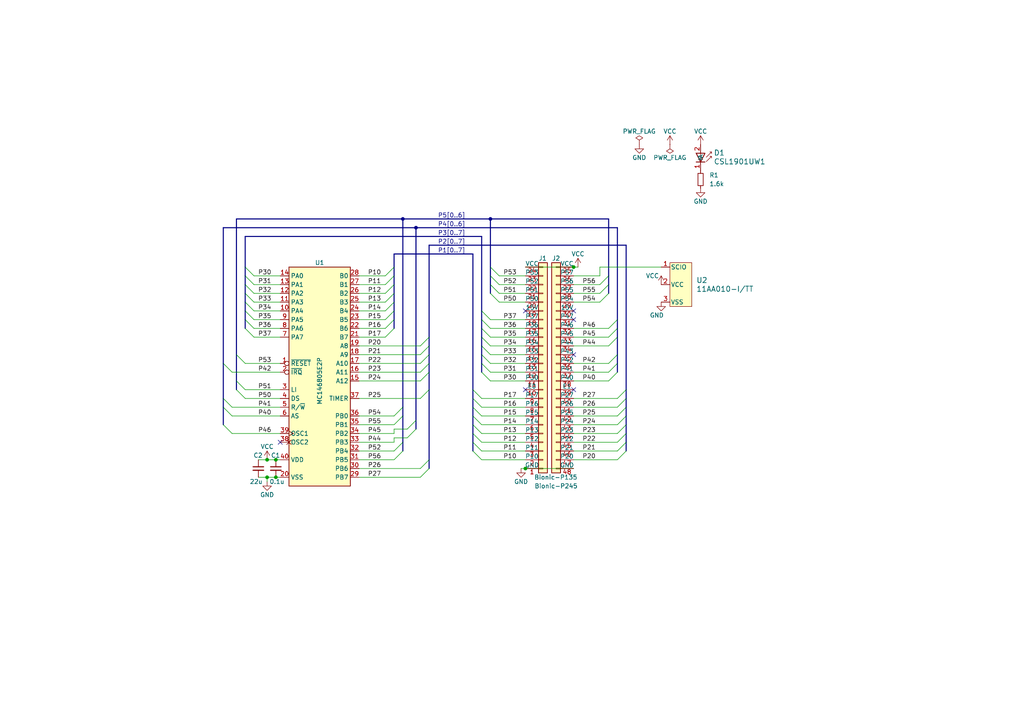
<source format=kicad_sch>
(kicad_sch (version 20230121) (generator eeschema)
  (paper "A4")
  (title_block (title "BionicMC146805E2") (date "2024-11-01") (rev "7") (company "Tadashi G. Takaoka"))
  (lib_symbols
    (symbol "0-LocalLibrary:11AA010-I_TT" (pin_names (offset 0.254))
      (property "Reference" "U" (at 2.54 1.27 0))
      (property "Value" "11AA010-I/TT" (at 3.81 -13.97 0))
      (symbol "11AA010-I_TT_1_1"
        (rectangle (start 0 0) (end 6.35 -12.7) (fill (type background)))
        (pin bidirectional line (at -2.54 -1.27 0) (length 2.54) (name "SCIO") (number "1"))
        (pin power_in line (at -2.54 -6.35 0) (length 2.54) (name "VCC") (number "2"))
        (pin power_in line (at -2.54 -11.43 0) (length 2.54) (name "VSS") (number "3"))
      )
    )
    (symbol "0-LocalLibrary:Bionic-P135" (pin_names (offset 0))
      (property "Reference" "J" (at 0 30.48 0))
      (property "Value" "Bionic-P135" (at -1.27 -33.02 0))
      (symbol "Bionic-P135_1_1"
        (rectangle (start 0 -30.353) (end -1.27 -30.607) (stroke (width 0.1524)))
        (rectangle (start 0 -27.813) (end -1.27 -28.067) (stroke (width 0.1524)))
        (rectangle (start 0 -25.273) (end -1.27 -25.527) (stroke (width 0.1524)))
        (rectangle (start 0 -22.733) (end -1.27 -22.987) (stroke (width 0.1524)))
        (rectangle (start 0 -20.193) (end -1.27 -20.447) (stroke (width 0.1524)))
        (rectangle (start 0 -17.653) (end -1.27 -17.907) (stroke (width 0.1524)))
        (rectangle (start 0 -15.113) (end -1.27 -15.367) (stroke (width 0.1524)))
        (rectangle (start 0 -12.573) (end -1.27 -12.827) (stroke (width 0.1524)))
        (rectangle (start 0 -10.033) (end -1.27 -10.287) (stroke (width 0.1524)))
        (rectangle (start 0 -7.493) (end -1.27 -7.747) (stroke (width 0.1524)))
        (rectangle (start 0 -4.953) (end -1.27 -5.207) (stroke (width 0.1524)))
        (rectangle (start 0 -2.413) (end -1.27 -2.667) (stroke (width 0.1524)))
        (rectangle (start 0 0.127) (end -1.27 -0.127) (stroke (width 0.1524)))
        (rectangle (start 0 2.667) (end -1.27 2.413) (stroke (width 0.1524)))
        (rectangle (start 0 5.207) (end -1.27 4.953) (stroke (width 0.1524)))
        (rectangle (start 0 7.747) (end -1.27 7.493) (stroke (width 0.1524)))
        (rectangle (start 0 10.287) (end -1.27 10.033) (stroke (width 0.1524)))
        (rectangle (start 0 12.827) (end -1.27 12.573) (stroke (width 0.1524)))
        (rectangle (start 0 15.367) (end -1.27 15.113) (stroke (width 0.1524)))
        (rectangle (start 0 17.907) (end -1.27 17.653) (stroke (width 0.1524)))
        (rectangle (start 0 20.447) (end -1.27 20.193) (stroke (width 0.1524)))
        (rectangle (start 0 22.987) (end -1.27 22.733) (stroke (width 0.1524)))
        (rectangle (start 0 25.527) (end -1.27 25.273) (stroke (width 0.1524)))
        (rectangle (start 0 28.067) (end -1.27 27.813) (stroke (width 0.1524)))
        (rectangle (start 1.27 29.21) (end -1.27 -31.75) (stroke (width 0.254)) (fill (type background)))
        (pin power_in line (at -5.08 -30.48 0) (length 3.81) (name "GND") (number "1"))
        (pin bidirectional line (at -5.08 -7.62 0) (length 3.81) (name "E0") (number "10"))
        (pin bidirectional line (at -5.08 -5.08 0) (length 3.81) (name "P30") (number "11"))
        (pin bidirectional line (at -5.08 -2.54 0) (length 3.81) (name "P31") (number "12"))
        (pin bidirectional line (at -5.08 0 0) (length 3.81) (name "P32") (number "13"))
        (pin bidirectional line (at -5.08 2.54 0) (length 3.81) (name "P33") (number "14"))
        (pin bidirectional line (at -5.08 5.08 0) (length 3.81) (name "P34") (number "15"))
        (pin bidirectional line (at -5.08 7.62 0) (length 3.81) (name "P35") (number "16"))
        (pin bidirectional line (at -5.08 10.16 0) (length 3.81) (name "P36") (number "17"))
        (pin bidirectional line (at -5.08 12.7 0) (length 3.81) (name "P37") (number "18"))
        (pin power_in line (at -5.08 15.24 0) (length 3.81) (name "15V") (number "19"))
        (pin bidirectional line (at -5.08 -27.94 0) (length 3.81) (name "P10") (number "2"))
        (pin bidirectional line (at -5.08 17.78 0) (length 3.81) (name "P50") (number "20"))
        (pin bidirectional line (at -5.08 20.32 0) (length 3.81) (name "P51") (number "21"))
        (pin bidirectional line (at -5.08 22.86 0) (length 3.81) (name "P52") (number "22"))
        (pin bidirectional line (at -5.08 25.4 0) (length 3.81) (name "P53") (number "23"))
        (pin power_in line (at -5.08 27.94 0) (length 3.81) (name "VCC") (number "24"))
        (pin bidirectional line (at -5.08 -25.4 0) (length 3.81) (name "P11") (number "3"))
        (pin bidirectional line (at -5.08 -22.86 0) (length 3.81) (name "P12") (number "4"))
        (pin bidirectional line (at -5.08 -20.32 0) (length 3.81) (name "P13") (number "5"))
        (pin bidirectional line (at -5.08 -17.78 0) (length 3.81) (name "P14") (number "6"))
        (pin bidirectional line (at -5.08 -15.24 0) (length 3.81) (name "P15") (number "7"))
        (pin bidirectional line (at -5.08 -12.7 0) (length 3.81) (name "P16") (number "8"))
        (pin bidirectional line (at -5.08 -10.16 0) (length 3.81) (name "P17") (number "9"))
      )
    )
    (symbol "0-LocalLibrary:Bionic-P245" (pin_names (offset 0))
      (property "Reference" "J" (at -3.81 30.48 0))
      (property "Value" "Bionic-P245" (at -1.27 -33.02 0))
      (symbol "Bionic-P245_1_1"
        (rectangle (start -2.54 -30.607) (end -3.81 -30.353) (stroke (width 0.1524)))
        (rectangle (start -2.54 -28.067) (end -3.81 -27.813) (stroke (width 0.1524)))
        (rectangle (start -2.54 -25.527) (end -3.81 -25.273) (stroke (width 0.1524)))
        (rectangle (start -2.54 -22.987) (end -3.81 -22.733) (stroke (width 0.1524)))
        (rectangle (start -2.54 -20.447) (end -3.81 -20.193) (stroke (width 0.1524)))
        (rectangle (start -2.54 -17.907) (end -3.81 -17.653) (stroke (width 0.1524)))
        (rectangle (start -2.54 -15.367) (end -3.81 -15.113) (stroke (width 0.1524)))
        (rectangle (start -2.54 -12.827) (end -3.81 -12.573) (stroke (width 0.1524)))
        (rectangle (start -2.54 -10.287) (end -3.81 -10.033) (stroke (width 0.1524)))
        (rectangle (start -2.54 -7.747) (end -3.81 -7.493) (stroke (width 0.1524)))
        (rectangle (start -2.54 -5.207) (end -3.81 -4.953) (stroke (width 0.1524)))
        (rectangle (start -2.54 -2.667) (end -3.81 -2.413) (stroke (width 0.1524)))
        (rectangle (start -2.54 -0.127) (end -3.81 0.127) (stroke (width 0.1524)))
        (rectangle (start -2.54 2.413) (end -3.81 2.667) (stroke (width 0.1524)))
        (rectangle (start -2.54 4.953) (end -3.81 5.207) (stroke (width 0.1524)))
        (rectangle (start -2.54 7.493) (end -3.81 7.747) (stroke (width 0.1524)))
        (rectangle (start -2.54 10.033) (end -3.81 10.287) (stroke (width 0.1524)))
        (rectangle (start -2.54 12.573) (end -3.81 12.827) (stroke (width 0.1524)))
        (rectangle (start -2.54 15.113) (end -3.81 15.367) (stroke (width 0.1524)))
        (rectangle (start -2.54 17.653) (end -3.81 17.907) (stroke (width 0.1524)))
        (rectangle (start -2.54 20.193) (end -3.81 20.447) (stroke (width 0.1524)))
        (rectangle (start -2.54 22.733) (end -3.81 22.987) (stroke (width 0.1524)))
        (rectangle (start -2.54 25.273) (end -3.81 25.527) (stroke (width 0.1524)))
        (rectangle (start -2.54 27.813) (end -3.81 28.067) (stroke (width 0.1524)))
        (rectangle (start -2.54 29.21) (end -5.08 -31.75) (stroke (width 0.254)) (fill (type background)))
        (pin power_in line (at 1.27 27.94 180) (length 3.81) (name "VCC") (number "25"))
        (pin bidirectional line (at 1.27 25.4 180) (length 3.81) (name "P57") (number "26"))
        (pin bidirectional line (at 1.27 22.86 180) (length 3.81) (name "P56") (number "27"))
        (pin bidirectional line (at 1.27 20.32 180) (length 3.81) (name "P55") (number "28"))
        (pin bidirectional line (at 1.27 17.78 180) (length 3.81) (name "P54") (number "29"))
        (pin power_in line (at 1.27 15.24 180) (length 3.81) (name "15V") (number "30"))
        (pin bidirectional line (at 1.27 12.7 180) (length 3.81) (name "P47") (number "31"))
        (pin bidirectional line (at 1.27 10.16 180) (length 3.81) (name "P46") (number "32"))
        (pin bidirectional line (at 1.27 7.62 180) (length 3.81) (name "P45") (number "33"))
        (pin bidirectional line (at 1.27 5.08 180) (length 3.81) (name "P44") (number "34"))
        (pin bidirectional line (at 1.27 2.54 180) (length 3.81) (name "P43") (number "35"))
        (pin bidirectional line (at 1.27 0 180) (length 3.81) (name "P42") (number "36"))
        (pin bidirectional line (at 1.27 -2.54 180) (length 3.81) (name "P41") (number "37"))
        (pin bidirectional line (at 1.27 -5.08 180) (length 3.81) (name "P40") (number "38"))
        (pin bidirectional line (at 1.27 -7.62 180) (length 3.81) (name "E1") (number "39"))
        (pin bidirectional line (at 1.27 -10.16 180) (length 3.81) (name "P27") (number "40"))
        (pin bidirectional line (at 1.27 -12.7 180) (length 3.81) (name "P26") (number "41"))
        (pin bidirectional line (at 1.27 -15.24 180) (length 3.81) (name "P25") (number "42"))
        (pin bidirectional line (at 1.27 -17.78 180) (length 3.81) (name "P24") (number "43"))
        (pin bidirectional line (at 1.27 -20.32 180) (length 3.81) (name "P23") (number "44"))
        (pin bidirectional line (at 1.27 -22.86 180) (length 3.81) (name "P22") (number "45"))
        (pin bidirectional line (at 1.27 -25.4 180) (length 3.81) (name "P21") (number "46"))
        (pin bidirectional line (at 1.27 -27.94 180) (length 3.81) (name "P20") (number "47"))
        (pin power_in line (at 1.27 -30.48 180) (length 3.81) (name "GND") (number "48"))
      )
    )
    (symbol "0-LocalLibrary:CSL1901UW1" (pin_names (offset 0.254))
      (property "Reference" "D" (at 3.81 -2.54 0))
      (property "Value" "CSL1901UW1" (at 3.81 -5.08 0))
      (symbol "CSL1901UW1_0_1"
        (polyline (pts (xy 2.159 3.175) (xy 2.667 3.175)))
        (polyline (pts (xy 2.54 0) (xy 5.08 0)))
        (polyline (pts (xy 5.08 1.27) (xy 5.08 -1.27)) (stroke (width 0.254)))
        (polyline (pts (xy 3.683 1.651) (xy 2.159 3.175) (xy 2.159 2.667)))
        (polyline (pts (xy 2.54 -1.27) (xy 5.08 0) (xy 2.54 1.27) (xy 2.54 -1.27)) (stroke (width 0.254)))
        (polyline (pts (xy 4.953 1.651) (xy 3.429 3.175) (xy 3.429 2.667) (xy 3.429 3.175) (xy 3.937 3.175)))
      )
      (symbol "CSL1901UW1_1_1"
        (pin passive line (at 7.62 0 180) (length 2.54) (name "K") (number "1"))
        (pin passive line (at 0 0 0) (length 2.54) (name "A") (number "2"))
      )
      (symbol "CSL1901UW1_1_2"
        (polyline (pts (xy -5.08 7.62) (xy -4.445 8.255)) (stroke (width 0.2032)))
        (polyline (pts (xy -5.08 8.255) (xy -5.08 7.62)) (stroke (width 0.2032)))
        (polyline (pts (xy -4.445 6.35) (xy -3.81 6.985)) (stroke (width 0.2032)))
        (polyline (pts (xy -4.445 8.255) (xy -5.08 8.255)) (stroke (width 0.2032)))
        (polyline (pts (xy -4.445 9.525) (xy -3.81 10.16)) (stroke (width 0.2032)))
        (polyline (pts (xy -4.445 10.16) (xy -4.445 9.525)) (stroke (width 0.2032)))
        (polyline (pts (xy -3.81 6.985) (xy -5.08 8.255)) (stroke (width 0.2032)))
        (polyline (pts (xy -3.81 8.255) (xy -3.175 8.89)) (stroke (width 0.2032)))
        (polyline (pts (xy -3.81 10.16) (xy -4.445 10.16)) (stroke (width 0.2032)))
        (polyline (pts (xy -3.175 5.08) (xy -4.445 6.35)) (stroke (width 0.2032)))
        (polyline (pts (xy -3.175 8.89) (xy -4.445 10.16)) (stroke (width 0.2032)))
        (polyline (pts (xy -2.54 6.985) (xy -3.81 8.255)) (stroke (width 0.2032)))
        (polyline (pts (xy -1.905 3.81) (xy 1.905 3.81)) (stroke (width 0.2032)))
        (polyline (pts (xy 0 2.54) (xy 0 3.4798)) (stroke (width 0.2032)))
        (polyline (pts (xy 0 3.175) (xy 0 3.81)) (stroke (width 0.2032)))
        (polyline (pts (xy 0 6.35) (xy -1.905 3.81)) (stroke (width 0.2032)))
        (polyline (pts (xy 0 6.35) (xy 0 7.62)) (stroke (width 0.2032)))
        (polyline (pts (xy 1.905 3.81) (xy 0 6.35)) (stroke (width 0.2032)))
        (polyline (pts (xy 1.905 6.35) (xy -1.905 6.35)) (stroke (width 0.2032)))
        (pin unspecified line (at 0 10.16 270) (length 2.54) (name "") (number "1"))
        (pin unspecified line (at 0 0 90) (length 2.54) (name "") (number "2"))
      )
    )
    (symbol "0-LocalLibrary:MC146805E2P"
      (property "Reference" "U" (at -1.27 31.75 0))
      (property "Value" "MC146805E2P" (at 0 -8.89 90))
      (symbol "MC146805E2P_0_1"
        (rectangle (start -8.89 -33.02) (end 8.89 30.48) (stroke (width 0.254)) (fill (type background)))
      )
      (symbol "MC146805E2P_1_1"
        (pin input inverted (at -11.43 2.54 0) (length 2.54) (name "~{RESET}") (number "1"))
        (pin bidirectional line (at -11.43 17.78 0) (length 2.54) (name "PA4") (number "10"))
        (pin bidirectional line (at -11.43 20.32 0) (length 2.54) (name "PA3") (number "11"))
        (pin bidirectional line (at -11.43 22.86 0) (length 2.54) (name "PA2") (number "12"))
        (pin bidirectional line (at -11.43 25.4 0) (length 2.54) (name "PA1") (number "13"))
        (pin bidirectional line (at -11.43 27.94 0) (length 2.54) (name "PA0") (number "14"))
        (pin output line (at 11.43 -2.54 180) (length 2.54) (name "A12") (number "15"))
        (pin output line (at 11.43 0 180) (length 2.54) (name "A11") (number "16"))
        (pin output line (at 11.43 2.54 180) (length 2.54) (name "A10") (number "17"))
        (pin output line (at 11.43 5.08 180) (length 2.54) (name "A9") (number "18"))
        (pin output line (at 11.43 7.62 180) (length 2.54) (name "A8") (number "19"))
        (pin input inverted (at -11.43 0 0) (length 2.54) (name "~{IRQ}") (number "2"))
        (pin power_in line (at -11.43 -30.48 0) (length 2.54) (name "VSS") (number "20"))
        (pin bidirectional line (at 11.43 10.16 180) (length 2.54) (name "B7") (number "21"))
        (pin bidirectional line (at 11.43 12.7 180) (length 2.54) (name "B6") (number "22"))
        (pin bidirectional line (at 11.43 15.24 180) (length 2.54) (name "B5") (number "23"))
        (pin bidirectional line (at 11.43 17.78 180) (length 2.54) (name "B4") (number "24"))
        (pin bidirectional line (at 11.43 20.32 180) (length 2.54) (name "B3") (number "25"))
        (pin bidirectional line (at 11.43 22.86 180) (length 2.54) (name "B2") (number "26"))
        (pin bidirectional line (at 11.43 25.4 180) (length 2.54) (name "B1") (number "27"))
        (pin bidirectional line (at 11.43 27.94 180) (length 2.54) (name "B0") (number "28"))
        (pin bidirectional line (at 11.43 -30.48 180) (length 2.54) (name "PB7") (number "29"))
        (pin output line (at -11.43 -5.08 0) (length 2.54) (name "LI") (number "3"))
        (pin bidirectional line (at 11.43 -27.94 180) (length 2.54) (name "PB6") (number "30"))
        (pin bidirectional line (at 11.43 -25.4 180) (length 2.54) (name "PB5") (number "31"))
        (pin bidirectional line (at 11.43 -22.86 180) (length 2.54) (name "PB4") (number "32"))
        (pin bidirectional line (at 11.43 -20.32 180) (length 2.54) (name "PB3") (number "33"))
        (pin bidirectional line (at 11.43 -17.78 180) (length 2.54) (name "PB2") (number "34"))
        (pin bidirectional line (at 11.43 -15.24 180) (length 2.54) (name "PB1") (number "35"))
        (pin bidirectional line (at 11.43 -12.7 180) (length 2.54) (name "PB0") (number "36"))
        (pin input line (at 11.43 -7.62 180) (length 2.54) (name "TIMER") (number "37"))
        (pin output non_logic (at -11.43 -20.32 0) (length 2.54) (name "OSC2") (number "38"))
        (pin input clock (at -11.43 -17.78 0) (length 2.54) (name "OSC1") (number "39"))
        (pin output line (at -11.43 -7.62 0) (length 2.54) (name "DS") (number "4"))
        (pin power_in line (at -11.43 -25.4 0) (length 2.54) (name "VDD") (number "40"))
        (pin output line (at -11.43 -10.16 0) (length 2.54) (name "R/~{W}") (number "5"))
        (pin output line (at -11.43 -12.7 0) (length 2.54) (name "AS") (number "6"))
        (pin bidirectional line (at -11.43 10.16 0) (length 2.54) (name "PA7") (number "7"))
        (pin bidirectional line (at -11.43 12.7 0) (length 2.54) (name "PA6") (number "8"))
        (pin bidirectional line (at -11.43 15.24 0) (length 2.54) (name "PA5") (number "9"))
      )
    )
    (symbol "Device:C_Small" (pin_numbers hide) (pin_names (offset 0.254) hide)
      (property "Reference" "C" (at 0.254 1.778 0))
      (property "Value" "C_Small" (at 0.254 -2.032 0))
      (symbol "C_Small_0_1"
        (polyline (pts (xy -1.524 -0.508) (xy 1.524 -0.508)) (stroke (width 0.3302)))
        (polyline (pts (xy -1.524 0.508) (xy 1.524 0.508)) (stroke (width 0.3048)))
      )
      (symbol "C_Small_1_1"
        (pin passive line (at 0 2.54 270) (length 2.032) (name "~") (number "1"))
        (pin passive line (at 0 -2.54 90) (length 2.032) (name "~") (number "2"))
      )
    )
    (symbol "Device:R_Small" (pin_numbers hide) (pin_names (offset 0.254) hide)
      (property "Reference" "R" (at 0.762 0.508 0))
      (property "Value" "R_Small" (at 0.762 -1.016 0))
      (symbol "R_Small_0_1"
        (rectangle (start -0.762 1.778) (end 0.762 -1.778) (stroke (width 0.2032)))
      )
      (symbol "R_Small_1_1"
        (pin passive line (at 0 2.54 270) (length 0.762) (name "~") (number "1"))
        (pin passive line (at 0 -2.54 90) (length 0.762) (name "~") (number "2"))
      )
    )
    (symbol "power:GND" (power) (pin_names (offset 0))
      (property "Value" "GND" (at 0 -3.81 0))
      (symbol "GND_0_1"
        (polyline (pts (xy 0 0) (xy 0 -1.27) (xy 1.27 -1.27) (xy 0 -2.54) (xy -1.27 -1.27) (xy 0 -1.27)))
      )
      (symbol "GND_1_1"
        (pin power_in line (at 0 0 270) (length 0) hide (name "GND") (number "1"))
      )
    )
    (symbol "power:PWR_FLAG" (power) (pin_numbers hide) (pin_names (offset 0) hide)
      (property "Value" "PWR_FLAG" (at 0 3.81 0))
      (symbol "PWR_FLAG_0_0"
        (pin power_out line (at 0 0 90) (length 0) (name "pwr") (number "1"))
      )
      (symbol "PWR_FLAG_0_1"
        (polyline (pts (xy 0 0) (xy 0 1.27) (xy -1.016 1.905) (xy 0 2.54) (xy 1.016 1.905) (xy 0 1.27)))
      )
    )
    (symbol "power:VCC" (power) (pin_names (offset 0))
      (property "Value" "VCC" (at 0 3.81 0))
      (symbol "VCC_0_1"
        (polyline (pts (xy -0.762 1.27) (xy 0 2.54)))
        (polyline (pts (xy 0 0) (xy 0 2.54)))
        (polyline (pts (xy 0 2.54) (xy 0.762 1.27)))
      )
      (symbol "VCC_1_1"
        (pin power_in line (at 0 0 90) (length 0) hide (name "VCC") (number "1"))
      )
    )
  )
  (junction (at 116.84 63.5))
  (junction (at 77.47 133.35))
  (junction (at 142.24 63.5))
  (junction (at 120.65 66.04))
  (junction (at 152.4 135.89))
  (junction (at 166.37 77.47))
  (junction (at 80.01 133.35))
  (junction (at 77.47 138.43))
  (junction (at 80.01 138.43))
  (no_connect (at 81.28 128.27))
  (no_connect (at 166.37 92.71))
  (no_connect (at 152.4 90.17))
  (no_connect (at 166.37 113.03))
  (no_connect (at 166.37 90.17))
  (no_connect (at 152.4 113.03))
  (no_connect (at 166.37 102.87))
  (bus_entry (at 137.16 123.19) (size 2.54 2.54))
  (bus_entry (at 179.07 97.79) (size -2.54 2.54))
  (bus_entry (at 139.7 95.25) (size 2.54 2.54))
  (bus_entry (at 179.07 92.71) (size -2.54 2.54))
  (bus_entry (at 114.3 80.01) (size -2.54 2.54))
  (bus_entry (at 179.07 102.87) (size -2.54 2.54))
  (bus_entry (at 64.77 123.19) (size 2.54 2.54))
  (bus_entry (at 181.61 113.03) (size -2.54 2.54))
  (bus_entry (at 176.53 85.09) (size -2.54 2.54))
  (bus_entry (at 139.7 92.71) (size 2.54 2.54))
  (bus_entry (at 71.12 90.17) (size 2.54 2.54))
  (bus_entry (at 116.84 118.11) (size -2.54 2.54))
  (bus_entry (at 137.16 128.27) (size 2.54 2.54))
  (bus_entry (at 142.24 77.47) (size 2.54 2.54))
  (bus_entry (at 181.61 115.57) (size -2.54 2.54))
  (bus_entry (at 71.12 82.55) (size 2.54 2.54))
  (bus_entry (at 120.65 124.46) (size -2.54 2.54))
  (bus_entry (at 71.12 77.47) (size 2.54 2.54))
  (bus_entry (at 114.3 87.63) (size -2.54 2.54))
  (bus_entry (at 124.46 100.33) (size -2.54 2.54))
  (bus_entry (at 116.84 120.65) (size -2.54 2.54))
  (bus_entry (at 114.3 92.71) (size -2.54 2.54))
  (bus_entry (at 139.7 90.17) (size 2.54 2.54))
  (bus_entry (at 71.12 80.01) (size 2.54 2.54))
  (bus_entry (at 137.16 125.73) (size 2.54 2.54))
  (bus_entry (at 137.16 115.57) (size 2.54 2.54))
  (bus_entry (at 137.16 118.11) (size 2.54 2.54))
  (bus_entry (at 64.77 118.11) (size 2.54 2.54))
  (bus_entry (at 71.12 95.25) (size 2.54 2.54))
  (bus_entry (at 114.3 77.47) (size -2.54 2.54))
  (bus_entry (at 116.84 130.81) (size -2.54 2.54))
  (bus_entry (at 142.24 82.55) (size 2.54 2.54))
  (bus_entry (at 71.12 92.71) (size 2.54 2.54))
  (bus_entry (at 139.7 100.33) (size 2.54 2.54))
  (bus_entry (at 181.61 128.27) (size -2.54 2.54))
  (bus_entry (at 68.58 110.49) (size 2.54 2.54))
  (bus_entry (at 114.3 95.25) (size -2.54 2.54))
  (bus_entry (at 142.24 80.01) (size 2.54 2.54))
  (bus_entry (at 114.3 82.55) (size -2.54 2.54))
  (bus_entry (at 114.3 85.09) (size -2.54 2.54))
  (bus_entry (at 64.77 115.57) (size 2.54 2.54))
  (bus_entry (at 139.7 105.41) (size 2.54 2.54))
  (bus_entry (at 181.61 118.11) (size -2.54 2.54))
  (bus_entry (at 64.77 105.41) (size 2.54 2.54))
  (bus_entry (at 124.46 133.35) (size -2.54 2.54))
  (bus_entry (at 176.53 82.55) (size -2.54 2.54))
  (bus_entry (at 181.61 125.73) (size -2.54 2.54))
  (bus_entry (at 179.07 95.25) (size -2.54 2.54))
  (bus_entry (at 139.7 102.87) (size 2.54 2.54))
  (bus_entry (at 139.7 97.79) (size 2.54 2.54))
  (bus_entry (at 137.16 113.03) (size 2.54 2.54))
  (bus_entry (at 120.65 121.92) (size -2.54 2.54))
  (bus_entry (at 181.61 130.81) (size -2.54 2.54))
  (bus_entry (at 124.46 102.87) (size -2.54 2.54))
  (bus_entry (at 71.12 87.63) (size 2.54 2.54))
  (bus_entry (at 116.84 128.27) (size -2.54 2.54))
  (bus_entry (at 181.61 120.65) (size -2.54 2.54))
  (bus_entry (at 179.07 105.41) (size -2.54 2.54))
  (bus_entry (at 71.12 85.09) (size 2.54 2.54))
  (bus_entry (at 176.53 80.01) (size -2.54 2.54))
  (bus_entry (at 124.46 97.79) (size -2.54 2.54))
  (bus_entry (at 181.61 123.19) (size -2.54 2.54))
  (bus_entry (at 124.46 113.03) (size -2.54 2.54))
  (bus_entry (at 137.16 120.65) (size 2.54 2.54))
  (bus_entry (at 137.16 130.81) (size 2.54 2.54))
  (bus_entry (at 68.58 102.87) (size 2.54 2.54))
  (bus_entry (at 114.3 90.17) (size -2.54 2.54))
  (bus_entry (at 124.46 105.41) (size -2.54 2.54))
  (bus_entry (at 179.07 107.95) (size -2.54 2.54))
  (bus_entry (at 142.24 85.09) (size 2.54 2.54))
  (bus_entry (at 124.46 107.95) (size -2.54 2.54))
  (bus_entry (at 68.58 113.03) (size 2.54 2.54))
  (bus_entry (at 124.46 135.89) (size -2.54 2.54))
  (bus_entry (at 139.7 107.95) (size 2.54 2.54))
  (bus (pts (xy 176.53 63.5) (xy 142.24 63.5)))
  (bus (pts (xy 181.61 118.11) (xy 181.61 120.65)))
  (wire (pts (xy 173.99 77.47) (xy 191.77 77.47)))
  (wire (pts (xy 142.24 107.95) (xy 152.4 107.95)))
  (wire (pts (xy 73.66 92.71) (xy 81.28 92.71)))
  (wire (pts (xy 114.3 127) (xy 118.11 127)))
  (bus (pts (xy 124.46 105.41) (xy 124.46 102.87)))
  (wire (pts (xy 142.24 110.49) (xy 152.4 110.49)))
  (bus (pts (xy 71.12 85.09) (xy 71.12 87.63)))
  (bus (pts (xy 120.65 121.92) (xy 120.65 66.04)))
  (bus (pts (xy 142.24 63.5) (xy 142.24 77.47)))
  (bus (pts (xy 137.16 120.65) (xy 137.16 118.11)))
  (bus (pts (xy 142.24 80.01) (xy 142.24 82.55)))
  (bus (pts (xy 116.84 128.27) (xy 116.84 120.65)))
  (wire (pts (xy 166.37 128.27) (xy 179.07 128.27)))
  (wire (pts (xy 166.37 130.81) (xy 179.07 130.81)))
  (wire (pts (xy 73.66 85.09) (xy 81.28 85.09)))
  (bus (pts (xy 124.46 71.12) (xy 181.61 71.12)))
  (wire (pts (xy 166.37 85.09) (xy 173.99 85.09)))
  (wire (pts (xy 139.7 120.65) (xy 152.4 120.65)))
  (bus (pts (xy 179.07 97.79) (xy 179.07 102.87)))
  (bus (pts (xy 137.16 115.57) (xy 137.16 113.03)))
  (wire (pts (xy 74.93 138.43) (xy 77.47 138.43)))
  (wire (pts (xy 166.37 107.95) (xy 176.53 107.95)))
  (wire (pts (xy 104.14 85.09) (xy 111.76 85.09)))
  (wire (pts (xy 73.66 80.01) (xy 81.28 80.01)))
  (bus (pts (xy 137.16 125.73) (xy 137.16 123.19)))
  (wire (pts (xy 142.24 97.79) (xy 152.4 97.79)))
  (wire (pts (xy 73.66 95.25) (xy 81.28 95.25)))
  (wire (pts (xy 144.78 80.01) (xy 152.4 80.01)))
  (wire (pts (xy 67.31 120.65) (xy 81.28 120.65)))
  (bus (pts (xy 71.12 82.55) (xy 71.12 85.09)))
  (wire (pts (xy 142.24 100.33) (xy 152.4 100.33)))
  (bus (pts (xy 114.3 73.66) (xy 114.3 77.47)))
  (wire (pts (xy 166.37 87.63) (xy 173.99 87.63)))
  (bus (pts (xy 181.61 128.27) (xy 181.61 130.81)))
  (wire (pts (xy 142.24 92.71) (xy 152.4 92.71)))
  (bus (pts (xy 124.46 133.35) (xy 124.46 113.03)))
  (wire (pts (xy 80.01 138.43) (xy 81.28 138.43)))
  (wire (pts (xy 139.7 125.73) (xy 152.4 125.73)))
  (bus (pts (xy 114.3 87.63) (xy 114.3 90.17)))
  (bus (pts (xy 124.46 107.95) (xy 124.46 105.41)))
  (bus (pts (xy 176.53 63.5) (xy 176.53 80.01)))
  (bus (pts (xy 114.3 85.09) (xy 114.3 87.63)))
  (bus (pts (xy 71.12 68.58) (xy 71.12 77.47)))
  (bus (pts (xy 139.7 107.95) (xy 139.7 105.41)))
  (wire (pts (xy 114.3 124.46) (xy 118.11 124.46)))
  (wire (pts (xy 166.37 123.19) (xy 179.07 123.19)))
  (bus (pts (xy 179.07 66.04) (xy 179.07 92.71)))
  (bus (pts (xy 124.46 102.87) (xy 124.46 100.33)))
  (wire (pts (xy 173.99 77.47) (xy 173.99 80.01)))
  (wire (pts (xy 139.7 128.27) (xy 152.4 128.27)))
  (bus (pts (xy 181.61 113.03) (xy 181.61 115.57)))
  (bus (pts (xy 181.61 71.12) (xy 181.61 113.03)))
  (wire (pts (xy 166.37 120.65) (xy 179.07 120.65)))
  (bus (pts (xy 137.16 123.19) (xy 137.16 120.65)))
  (bus (pts (xy 71.12 80.01) (xy 71.12 82.55)))
  (bus (pts (xy 114.3 92.71) (xy 114.3 95.25)))
  (wire (pts (xy 104.14 100.33) (xy 121.92 100.33)))
  (bus (pts (xy 142.24 82.55) (xy 142.24 85.09)))
  (bus (pts (xy 124.46 97.79) (xy 124.46 71.12)))
  (bus (pts (xy 116.84 130.81) (xy 116.84 128.27)))
  (wire (pts (xy 104.14 135.89) (xy 121.92 135.89)))
  (bus (pts (xy 124.46 100.33) (xy 124.46 97.79)))
  (bus (pts (xy 179.07 107.95) (xy 179.07 105.41)))
  (bus (pts (xy 139.7 102.87) (xy 139.7 100.33)))
  (bus (pts (xy 71.12 90.17) (xy 71.12 92.71)))
  (wire (pts (xy 77.47 138.43) (xy 80.01 138.43)))
  (bus (pts (xy 64.77 66.04) (xy 120.65 66.04)))
  (wire (pts (xy 71.12 115.57) (xy 81.28 115.57)))
  (bus (pts (xy 139.7 95.25) (xy 139.7 92.71)))
  (wire (pts (xy 104.14 92.71) (xy 111.76 92.71)))
  (bus (pts (xy 137.16 113.03) (xy 137.16 73.66)))
  (bus (pts (xy 176.53 85.09) (xy 176.53 82.55)))
  (wire (pts (xy 166.37 95.25) (xy 176.53 95.25)))
  (wire (pts (xy 104.14 87.63) (xy 111.76 87.63)))
  (wire (pts (xy 104.14 110.49) (xy 121.92 110.49)))
  (wire (pts (xy 74.93 133.35) (xy 77.47 133.35)))
  (bus (pts (xy 114.3 77.47) (xy 114.3 80.01)))
  (wire (pts (xy 77.47 133.35) (xy 80.01 133.35)))
  (wire (pts (xy 67.31 118.11) (xy 81.28 118.11)))
  (wire (pts (xy 71.12 113.03) (xy 81.28 113.03)))
  (wire (pts (xy 166.37 118.11) (xy 179.07 118.11)))
  (bus (pts (xy 64.77 118.11) (xy 64.77 115.57)))
  (wire (pts (xy 166.37 77.47) (xy 167.64 77.47)))
  (wire (pts (xy 166.37 110.49) (xy 176.53 110.49)))
  (wire (pts (xy 104.14 123.19) (xy 114.3 123.19)))
  (wire (pts (xy 104.14 120.65) (xy 114.3 120.65)))
  (bus (pts (xy 139.7 68.58) (xy 71.12 68.58)))
  (bus (pts (xy 137.16 73.66) (xy 114.3 73.66)))
  (wire (pts (xy 73.66 87.63) (xy 81.28 87.63)))
  (bus (pts (xy 179.07 105.41) (xy 179.07 102.87)))
  (wire (pts (xy 104.14 80.01) (xy 111.76 80.01)))
  (wire (pts (xy 144.78 87.63) (xy 152.4 87.63)))
  (wire (pts (xy 73.66 82.55) (xy 81.28 82.55)))
  (bus (pts (xy 176.53 80.01) (xy 176.53 82.55)))
  (wire (pts (xy 104.14 97.79) (xy 111.76 97.79)))
  (wire (pts (xy 142.24 102.87) (xy 152.4 102.87)))
  (wire (pts (xy 152.4 77.47) (xy 166.37 77.47)))
  (wire (pts (xy 77.47 139.7) (xy 77.47 138.43)))
  (bus (pts (xy 68.58 102.87) (xy 68.58 63.5)))
  (bus (pts (xy 137.16 130.81) (xy 137.16 128.27)))
  (bus (pts (xy 139.7 97.79) (xy 139.7 95.25)))
  (wire (pts (xy 104.14 130.81) (xy 114.3 130.81)))
  (wire (pts (xy 104.14 102.87) (xy 121.92 102.87)))
  (bus (pts (xy 181.61 125.73) (xy 181.61 128.27)))
  (wire (pts (xy 166.37 80.01) (xy 173.99 80.01)))
  (wire (pts (xy 104.14 133.35) (xy 114.3 133.35)))
  (bus (pts (xy 139.7 92.71) (xy 139.7 90.17)))
  (bus (pts (xy 64.77 66.04) (xy 64.77 105.41)))
  (bus (pts (xy 120.65 66.04) (xy 179.07 66.04)))
  (wire (pts (xy 139.7 115.57) (xy 152.4 115.57)))
  (bus (pts (xy 64.77 123.19) (xy 64.77 118.11)))
  (wire (pts (xy 144.78 85.09) (xy 152.4 85.09)))
  (wire (pts (xy 152.4 135.89) (xy 166.37 135.89)))
  (bus (pts (xy 137.16 118.11) (xy 137.16 115.57)))
  (bus (pts (xy 68.58 102.87) (xy 68.58 110.49)))
  (wire (pts (xy 166.37 100.33) (xy 176.53 100.33)))
  (wire (pts (xy 67.31 107.95) (xy 81.28 107.95)))
  (wire (pts (xy 104.14 115.57) (xy 121.92 115.57)))
  (bus (pts (xy 114.3 82.55) (xy 114.3 85.09)))
  (wire (pts (xy 139.7 130.81) (xy 152.4 130.81)))
  (bus (pts (xy 71.12 87.63) (xy 71.12 90.17)))
  (wire (pts (xy 67.31 125.73) (xy 81.28 125.73)))
  (wire (pts (xy 166.37 115.57) (xy 179.07 115.57)))
  (wire (pts (xy 104.14 82.55) (xy 111.76 82.55)))
  (bus (pts (xy 71.12 92.71) (xy 71.12 95.25)))
  (wire (pts (xy 166.37 82.55) (xy 173.99 82.55)))
  (bus (pts (xy 114.3 90.17) (xy 114.3 92.71)))
  (bus (pts (xy 64.77 105.41) (xy 64.77 115.57)))
  (wire (pts (xy 166.37 133.35) (xy 179.07 133.35)))
  (bus (pts (xy 179.07 95.25) (xy 179.07 92.71)))
  (wire (pts (xy 104.14 105.41) (xy 121.92 105.41)))
  (wire (pts (xy 166.37 125.73) (xy 179.07 125.73)))
  (bus (pts (xy 116.84 63.5) (xy 142.24 63.5)))
  (bus (pts (xy 181.61 123.19) (xy 181.61 125.73)))
  (wire (pts (xy 142.24 95.25) (xy 152.4 95.25)))
  (wire (pts (xy 139.7 133.35) (xy 152.4 133.35)))
  (wire (pts (xy 71.12 105.41) (xy 81.28 105.41)))
  (wire (pts (xy 166.37 105.41) (xy 176.53 105.41)))
  (bus (pts (xy 124.46 113.03) (xy 124.46 107.95)))
  (bus (pts (xy 116.84 118.11) (xy 116.84 63.5)))
  (bus (pts (xy 181.61 115.57) (xy 181.61 118.11)))
  (bus (pts (xy 142.24 77.47) (xy 142.24 80.01)))
  (wire (pts (xy 104.14 138.43) (xy 121.92 138.43)))
  (wire (pts (xy 114.3 128.27) (xy 114.3 127)))
  (wire (pts (xy 151.13 135.89) (xy 152.4 135.89)))
  (wire (pts (xy 142.24 105.41) (xy 152.4 105.41)))
  (bus (pts (xy 116.84 120.65) (xy 116.84 118.11)))
  (bus (pts (xy 139.7 105.41) (xy 139.7 102.87)))
  (bus (pts (xy 137.16 128.27) (xy 137.16 125.73)))
  (wire (pts (xy 104.14 107.95) (xy 121.92 107.95)))
  (bus (pts (xy 179.07 97.79) (xy 179.07 95.25)))
  (wire (pts (xy 73.66 97.79) (xy 81.28 97.79)))
  (wire (pts (xy 114.3 125.73) (xy 114.3 124.46)))
  (bus (pts (xy 114.3 80.01) (xy 114.3 82.55)))
  (bus (pts (xy 181.61 120.65) (xy 181.61 123.19)))
  (wire (pts (xy 139.7 118.11) (xy 152.4 118.11)))
  (bus (pts (xy 71.12 77.47) (xy 71.12 80.01)))
  (wire (pts (xy 104.14 95.25) (xy 111.76 95.25)))
  (bus (pts (xy 68.58 63.5) (xy 116.84 63.5)))
  (wire (pts (xy 139.7 123.19) (xy 152.4 123.19)))
  (wire (pts (xy 104.14 90.17) (xy 111.76 90.17)))
  (wire (pts (xy 166.37 97.79) (xy 176.53 97.79)))
  (wire (pts (xy 104.14 128.27) (xy 114.3 128.27)))
  (wire (pts (xy 104.14 125.73) (xy 114.3 125.73)))
  (bus (pts (xy 139.7 100.33) (xy 139.7 97.79)))
  (bus (pts (xy 120.65 124.46) (xy 120.65 121.92)))
  (bus (pts (xy 68.58 110.49) (xy 68.58 113.03)))
  (wire (pts (xy 80.01 133.35) (xy 81.28 133.35)))
  (bus (pts (xy 139.7 90.17) (xy 139.7 68.58)))
  (bus (pts (xy 124.46 135.89) (xy 124.46 133.35)))
  (wire (pts (xy 73.66 90.17) (xy 81.28 90.17)))
  (wire (pts (xy 144.78 82.55) (xy 152.4 82.55)))
  (label "P45" (at 168.91 97.79 0))
  (label "P14" (at 106.68 90.17 0))
  (label "P4[0..6]" (at 127 66.04 0))
  (label "P22" (at 106.68 105.41 0))
  (label "P15" (at 106.68 92.71 0))
  (label "P10" (at 149.86 133.35 180))
  (label "P27" (at 168.91 115.57 0))
  (label "P44" (at 168.91 100.33 0))
  (label "P12" (at 149.86 128.27 180))
  (label "P40" (at 78.74 120.65 180))
  (label "P11" (at 149.86 130.81 180))
  (label "P54" (at 106.68 120.65 0))
  (label "P16" (at 106.68 95.25 0))
  (label "P10" (at 106.68 80.01 0))
  (label "P12" (at 106.68 85.09 0))
  (label "P55" (at 106.68 123.19 0))
  (label "P50" (at 78.74 115.57 180))
  (label "P1[0..7]" (at 127 73.66 0))
  (label "P36" (at 149.86 95.25 180))
  (label "P30" (at 78.74 80.01 180))
  (label "P33" (at 149.86 102.87 180))
  (label "P21" (at 168.91 130.81 0))
  (label "P53" (at 78.74 105.41 180))
  (label "P53" (at 149.86 80.01 180))
  (label "P24" (at 106.68 110.49 0))
  (label "P45" (at 106.68 125.73 0))
  (label "P46" (at 78.74 125.73 180))
  (label "P23" (at 106.68 107.95 0))
  (label "P17" (at 149.86 115.57 180))
  (label "P27" (at 106.68 138.43 0))
  (label "P11" (at 106.68 82.55 0))
  (label "P40" (at 168.91 110.49 0))
  (label "P54" (at 168.91 87.63 0))
  (label "P36" (at 78.74 95.25 180))
  (label "P37" (at 149.86 92.71 180))
  (label "P41" (at 78.74 118.11 180))
  (label "P37" (at 78.74 97.79 180))
  (label "P55" (at 168.91 85.09 0))
  (label "P34" (at 149.86 100.33 180))
  (label "P32" (at 149.86 105.41 180))
  (label "P33" (at 78.74 87.63 180))
  (label "P3[0..7]" (at 127 68.58 0))
  (label "P22" (at 168.91 128.27 0))
  (label "P51" (at 149.86 85.09 180))
  (label "P24" (at 168.91 123.19 0))
  (label "P42" (at 78.74 107.95 180))
  (label "P35" (at 149.86 97.79 180))
  (label "P32" (at 78.74 85.09 180))
  (label "P26" (at 168.91 118.11 0))
  (label "P13" (at 149.86 125.73 180))
  (label "P2[0..7]" (at 127 71.12 0))
  (label "P41" (at 168.91 107.95 0))
  (label "P13" (at 106.68 87.63 0))
  (label "P21" (at 106.68 102.87 0))
  (label "P46" (at 168.91 95.25 0))
  (label "P52" (at 106.68 130.81 0))
  (label "P52" (at 149.86 82.55 180))
  (label "P56" (at 106.68 133.35 0))
  (label "P56" (at 168.91 82.55 0))
  (label "P17" (at 106.68 97.79 0))
  (label "P31" (at 149.86 107.95 180))
  (label "P16" (at 149.86 118.11 180))
  (label "P25" (at 106.68 115.57 0))
  (label "P23" (at 168.91 125.73 0))
  (label "P25" (at 168.91 120.65 0))
  (label "P26" (at 106.68 135.89 0))
  (label "P51" (at 78.74 113.03 180))
  (label "P20" (at 168.91 133.35 0))
  (label "P42" (at 168.91 105.41 0))
  (label "P20" (at 106.68 100.33 0))
  (label "P44" (at 106.68 128.27 0))
  (label "P30" (at 149.86 110.49 180))
  (label "P35" (at 78.74 92.71 180))
  (label "P14" (at 149.86 123.19 180))
  (label "P50" (at 149.86 87.63 180))
  (label "P31" (at 78.74 82.55 180))
  (label "P15" (at 149.86 120.65 180))
  (label "P34" (at 78.74 90.17 180))
  (label "P5[0..6]" (at 127 63.5 0))
  (symbol (lib_id "0-LocalLibrary:MC146805E2P") (at 92.71 107.95 0) (unit 1)
    (property "Reference" "U1" (at 92.71 76.2 0))
    (property "Value" "MC146805E2P" (at 92.71 110.49 90))
    (property "Footprint" "0-LocalLibrary:DIP-40_W15.24mm_Socket" (effects hide))
    (property "Datasheet" "https://www.datasheetarchive.com/pdf/download.php?id=8308749ebec04603691dcc4aa7c9e5d85c5a25&type=M&term=MC146805E2P" (effects hide))
  )
  (symbol (lib_id "power:VCC") (at 191.77 82.55 0) (unit 1)
    (property "Reference" "#PWR05" (effects hide))
    (property "Value" "VCC" (at 189.23 80.01 0))
  )
  (symbol (lib_id "0-LocalLibrary:CSL1901UW1") (at 203.2 41.91 270) (unit 1)
    (property "Reference" "D1" (at 207.01 44.323 90) (effects (font (size 1.524 1.524)) (justify left)))
    (property "Value" "CSL1901UW1" (at 207.01 46.863 90) (effects (font (size 1.524 1.524)) (justify left)))
    (property "Footprint" "0-LocalLibrary:LED_CSL1901UW1_ROM" (effects hide))
    (property "Datasheet" "https://fscdn.rohm.com/en/products/databook/datasheet/opto/led/chip_mono/csl1901uw1-e.pdf" (effects hide))
  )
  (symbol (lib_id "0-LocalLibrary:Bionic-P135") (at 157.48 105.41 0) (unit 1)
    (property "Reference" "J1" (at 156.21 74.93 0) (effects (justify left)))
    (property "Value" "Bionic-P135" (at 154.94 138.43 0) (effects (justify left)))
    (property "Footprint" "connector:Bionic-P135_Vertical" (effects hide))
  )
  (symbol (lib_id "Device:C_Small") (at 74.93 135.89 0) (unit 1)
    (property "Reference" "C2" (at 76.2 132.08 0) (effects (justify right)))
    (property "Value" "22u" (at 76.2 139.7 0) (effects (justify right)))
    (property "Footprint" "Capacitor_SMD:C_0603_1608Metric_Pad1.08x0.95mm_HandSolder" (effects hide))
  )
  (symbol (lib_id "power:PWR_FLAG") (at 185.42 41.91 0) (unit 1)
    (property "Reference" "#FLG01" (effects hide))
    (property "Value" "PWR_FLAG" (at 185.42 38.1 0))
  )
  (symbol (lib_id "0-LocalLibrary:Bionic-P245") (at 165.1 105.41 0) (unit 1)
    (property "Reference" "J2" (at 161.29 74.93 0))
    (property "Value" "Bionic-P245" (at 161.29 140.97 0))
    (property "Footprint" "connector:Bionic-P245_Vertical" (effects hide))
  )
  (symbol (lib_id "power:VCC") (at 77.47 133.35 0) (unit 1)
    (property "Reference" "#PWR04" (effects hide))
    (property "Value" "VCC" (at 77.47 129.54 0))
  )
  (symbol (lib_id "power:GND") (at 77.47 139.7 0) (unit 1)
    (property "Reference" "#PWR03" (effects hide))
    (property "Value" "GND" (at 77.47 143.51 0))
  )
  (symbol (lib_id "power:VCC") (at 194.31 41.91 0) (unit 1)
    (property "Reference" "#PWR07" (effects hide))
    (property "Value" "VCC" (at 194.31 38.1 0))
  )
  (symbol (lib_id "power:VCC") (at 167.64 77.47 0) (unit 1)
    (property "Reference" "#PWR01" (effects hide))
    (property "Value" "VCC" (at 167.64 73.66 0))
  )
  (symbol (lib_id "Device:R_Small") (at 203.2 52.07 0) (unit 1)
    (property "Reference" "R1" (at 205.74 50.8 0) (effects (justify left)))
    (property "Value" "1.6k" (at 205.74 53.34 0) (effects (justify left)))
    (property "Footprint" "Resistor_SMD:R_0603_1608Metric_Pad0.98x0.95mm_HandSolder" (effects hide))
  )
  (symbol (lib_id "power:GND") (at 203.2 54.61 0) (unit 1)
    (property "Reference" "#PWR010" (effects hide))
    (property "Value" "GND" (at 203.2 58.42 0))
  )
  (symbol (lib_id "power:GND") (at 151.13 135.89 0) (unit 1)
    (property "Reference" "#PWR02" (effects hide))
    (property "Value" "GND" (at 151.13 139.7 0))
  )
  (symbol (lib_id "power:PWR_FLAG") (at 194.31 41.91 180) (unit 1)
    (property "Reference" "#FLG02" (effects hide))
    (property "Value" "PWR_FLAG" (at 194.31 45.72 0))
  )
  (symbol (lib_id "power:GND") (at 191.77 87.63 0) (unit 1)
    (property "Reference" "#PWR06" (effects hide))
    (property "Value" "GND" (at 190.5 91.44 0))
  )
  (symbol (lib_id "Device:C_Small") (at 80.01 135.89 0) (unit 1)
    (property "Reference" "C1" (at 81.28 132.08 0) (effects (justify right)))
    (property "Value" "0.1u" (at 82.55 139.7 0) (effects (justify right)))
    (property "Footprint" "Capacitor_SMD:C_0603_1608Metric_Pad1.08x0.95mm_HandSolder" (effects hide))
  )
  (symbol (lib_id "power:VCC") (at 203.2 41.91 0) (unit 1)
    (property "Reference" "#PWR08" (effects hide))
    (property "Value" "VCC" (at 203.2 38.1 0))
  )
  (symbol (lib_id "0-LocalLibrary:11AA010-I_TT") (at 194.31 76.2 0) (unit 1)
    (property "Reference" "U2" (at 201.93 81.28 0) (effects (font (size 1.524 1.524)) (justify left)))
    (property "Value" "11AA010-I/TT" (at 201.93 83.82 0) (effects (font (size 1.524 1.524)) (justify left)))
    (property "Footprint" "0-LocalLibrary:SOT-23_MC_MCH-M" (effects hide))
    (property "Datasheet" "11AA010-I/TO" (effects hide))
  )
  (symbol (lib_id "power:GND") (at 185.42 41.91 0) (unit 1)
    (property "Reference" "#PWR09" (effects hide))
    (property "Value" "GND" (at 185.42 45.72 0))
  )
)
</source>
